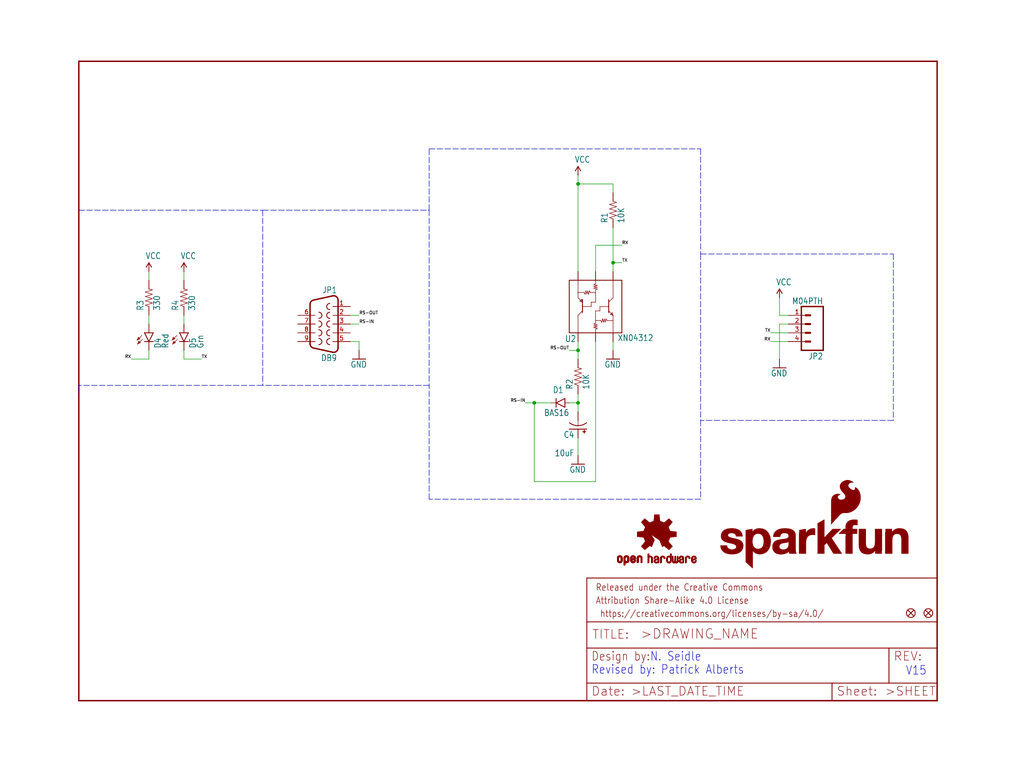
<source format=kicad_sch>
(kicad_sch (version 20211123) (generator eeschema)
  (paper "User" 297.002 223.926)
  (lib_symbols
    (symbol "eagleSchem-eagle-import:10KOHM1{slash}10W1%(0603)0603"
      (property "Reference" "R" (at -3.81 1.4986 0))
      (property "Value" "10KOHM1{slash}10W1%(0603)0603" (at -3.81 -3.302 0))
      (symbol "10KOHM1{slash}10W1%(0603)0603_1_0"
        (pin passive line (at -5.08 0 0) (length 2.54) (name "1") (number "1"))
        (pin passive line (at 5.08 0 180) (length 2.54) (name "2") (number "2"))
      )
    )
    (symbol "eagleSchem-eagle-import:10UF-16V-10%(TANT)"
      (property "Reference" "C" (at 1.016 0.635 0))
      (property "Value" "10UF-16V-10%(TANT)" (at 1.016 -4.191 0))
      (symbol "10UF-16V-10%(TANT)_1_0"
        (pin passive line (at 0 2.54 270) (length 2.54) (name "+") (number "A"))
        (pin passive line (at 0 -5.08 90) (length 2.54) (name "-") (number "C"))
      )
    )
    (symbol "eagleSchem-eagle-import:330OHM1{slash}10W1%(0603)"
      (property "Reference" "R" (at -3.81 1.4986 0))
      (property "Value" "330OHM1{slash}10W1%(0603)" (at -3.81 -3.302 0))
      (symbol "330OHM1{slash}10W1%(0603)_1_0"
        (pin passive line (at -5.08 0 0) (length 2.54) (name "1") (number "1"))
        (pin passive line (at 5.08 0 180) (length 2.54) (name "2") (number "2"))
      )
    )
    (symbol "eagleSchem-eagle-import:DB9FEMALE"
      (property "Reference" "JP" (at -3.81 8.89 0))
      (property "Value" "DB9FEMALE" (at -3.81 -10.795 0))
      (symbol "DB9FEMALE_1_0"
        (pin passive line (at -7.62 5.08 0) (length 5.08) (name "1") (number "1"))
        (pin passive line (at -7.62 2.54 0) (length 5.08) (name "2") (number "2"))
        (pin passive line (at -7.62 0 0) (length 5.08) (name "3") (number "3"))
        (pin passive line (at -7.62 -2.54 0) (length 5.08) (name "4") (number "4"))
        (pin passive line (at -7.62 -5.08 0) (length 5.08) (name "5") (number "5"))
        (pin passive line (at 7.62 2.54 180) (length 5.08) (name "6") (number "6"))
        (pin passive line (at 7.62 0 180) (length 5.08) (name "7") (number "7"))
        (pin passive line (at 7.62 -2.54 180) (length 5.08) (name "8") (number "8"))
        (pin passive line (at 7.62 -5.08 180) (length 5.08) (name "9") (number "9"))
      )
    )
    (symbol "eagleSchem-eagle-import:DIODEBAS16"
      (property "Reference" "D" (at 2.54 0.4826 0))
      (property "Value" "DIODEBAS16" (at 2.54 -2.3114 0))
      (symbol "DIODEBAS16_1_0"
        (pin passive line (at -2.54 0 0) (length 0) (name "A") (number "A"))
        (pin passive line (at 2.54 0 180) (length 0) (name "C") (number "C"))
      )
    )
    (symbol "eagleSchem-eagle-import:FIDUCIAL1X2")
    (symbol "eagleSchem-eagle-import:FRAME-LETTER"
      (symbol "FRAME-LETTER_2_0"
        (text " https://creativecommons.org/licenses/by-sa/4.0/" (at 2.54 24.13 0) (effects (font (size 1.9304 1.6408)) (justify left bottom)))
        (text ">DRAWING_NAME" (at 15.494 17.78 0) (effects (font (size 2.7432 2.7432)) (justify left bottom)))
        (text ">LAST_DATE_TIME" (at 12.7 1.27 0) (effects (font (size 2.54 2.54)) (justify left bottom)))
        (text ">SHEET" (at 86.36 1.27 0) (effects (font (size 2.54 2.54)) (justify left bottom)))
        (text "Attribution Share-Alike 4.0 License" (at 2.54 27.94 0) (effects (font (size 1.9304 1.6408)) (justify left bottom)))
        (text "Date:" (at 1.27 1.27 0) (effects (font (size 2.54 2.54)) (justify left bottom)))
        (text "Design by:" (at 1.27 11.43 0) (effects (font (size 2.54 2.159)) (justify left bottom)))
        (text "Released under the Creative Commons" (at 2.54 31.75 0) (effects (font (size 1.9304 1.6408)) (justify left bottom)))
        (text "REV:" (at 88.9 11.43 0) (effects (font (size 2.54 2.54)) (justify left bottom)))
        (text "Sheet:" (at 72.39 1.27 0) (effects (font (size 2.54 2.54)) (justify left bottom)))
        (text "TITLE:" (at 1.524 17.78 0) (effects (font (size 2.54 2.54)) (justify left bottom)))
      )
    )
    (symbol "eagleSchem-eagle-import:GND" (power)
      (property "Value" "GND" (at -2.54 -2.54 0))
      (symbol "GND_1_0"
        (pin power_in line (at 0 2.54 270) (length 2.54) (name "GND") (number "1"))
      )
    )
    (symbol "eagleSchem-eagle-import:LED-GREENLARGE"
      (property "Reference" "D" (at 3.556 -4.572 90))
      (property "Value" "LED-GREENLARGE" (at 5.715 -4.572 90))
      (symbol "LED-GREENLARGE_1_0"
        (pin passive line (at 0 2.54 270) (length 2.54) (name "A") (number "A"))
        (pin passive line (at 0 -5.08 90) (length 2.54) (name "C") (number "C"))
      )
    )
    (symbol "eagleSchem-eagle-import:LED-RED1206"
      (property "Reference" "D" (at 3.556 -4.572 90))
      (property "Value" "LED-RED1206" (at 5.715 -4.572 90))
      (symbol "LED-RED1206_1_0"
        (pin passive line (at 0 2.54 270) (length 2.54) (name "A") (number "A"))
        (pin passive line (at 0 -5.08 90) (length 2.54) (name "C") (number "C"))
      )
    )
    (symbol "eagleSchem-eagle-import:M04PTH"
      (property "Reference" "JP" (at -5.08 8.382 0))
      (property "Value" "M04PTH" (at -5.08 -7.62 0))
      (symbol "M04PTH_1_0"
        (pin passive line (at 5.08 -2.54 180) (length 5.08) (name "1") (number "1"))
        (pin passive line (at 5.08 0 180) (length 5.08) (name "2") (number "2"))
        (pin passive line (at 5.08 2.54 180) (length 5.08) (name "3") (number "3"))
        (pin passive line (at 5.08 5.08 180) (length 5.08) (name "4") (number "4"))
      )
    )
    (symbol "eagleSchem-eagle-import:OSHW-LOGOM")
    (symbol "eagleSchem-eagle-import:SFE_LOGO_NAME_FLAME.1_INCH")
    (symbol "eagleSchem-eagle-import:VCC" (power)
      (property "Value" "VCC" (at -1.016 3.556 0))
      (symbol "VCC_1_0"
        (pin power_in line (at 0 0 90) (length 2.54) (name "VCC") (number "1"))
      )
    )
    (symbol "eagleSchem-eagle-import:XN04312SOT"
      (property "Value" "XN04312SOT" (at -7.62 -10.16 0))
      (symbol "XN04312SOT_1_0"
        (pin bidirectional line (at -10.16 -5.08 0) (length 2.54) (name "C1") (number "1"))
        (pin bidirectional line (at -10.16 0 0) (length 2.54) (name "B2") (number "2"))
        (pin bidirectional line (at -10.16 5.08 0) (length 2.54) (name "E2") (number "3"))
        (pin bidirectional line (at 10.16 5.08 180) (length 2.54) (name "C2") (number "4"))
        (pin bidirectional line (at 10.16 0 180) (length 2.54) (name "B1") (number "5"))
        (pin bidirectional line (at 10.16 -5.08 180) (length 2.54) (name "E1") (number "6"))
      )
    )
  )
  (junction (at 167.64 101.6))
  (junction (at 154.94 116.84))
  (junction (at 177.8 76.2))
  (junction (at 167.64 53.34))
  (junction (at 167.64 116.84))
  (polyline (pts (xy 203.2 144.78) (xy 124.46 144.78)))
  (wire (pts (xy 53.34 101.6) (xy 53.34 104.14)))
  (polyline (pts (xy 259.08 73.66) (xy 259.08 121.92)))
  (polyline (pts (xy 124.46 60.96) (xy 124.46 43.18)))
  (wire (pts (xy 228.6 93.98) (xy 226.06 93.98)))
  (polyline (pts (xy 203.2 73.66) (xy 203.2 121.92)))
  (polyline (pts (xy 22.86 60.96) (xy 76.2 60.96)))
  (wire (pts (xy 165.1 116.84) (xy 167.64 116.84)))
  (polyline (pts (xy 124.46 60.96) (xy 124.46 111.76)))
  (wire (pts (xy 177.8 66.04) (xy 177.8 76.2)))
  (wire (pts (xy 104.14 99.06) (xy 104.14 101.6)))
  (wire (pts (xy 167.64 116.84) (xy 167.64 114.3)))
  (wire (pts (xy 223.52 99.06) (xy 228.6 99.06)))
  (polyline (pts (xy 76.2 60.96) (xy 76.2 111.76)))
  (wire (pts (xy 101.6 91.44) (xy 104.14 91.44)))
  (polyline (pts (xy 76.2 111.76) (xy 22.86 111.76)))
  (wire (pts (xy 53.34 104.14) (xy 58.42 104.14)))
  (wire (pts (xy 177.8 55.88) (xy 177.8 53.34)))
  (polyline (pts (xy 203.2 73.66) (xy 259.08 73.66)))
  (wire (pts (xy 43.18 104.14) (xy 38.1 104.14)))
  (wire (pts (xy 43.18 101.6) (xy 43.18 104.14)))
  (wire (pts (xy 172.72 78.74) (xy 172.72 71.12)))
  (wire (pts (xy 172.72 71.12) (xy 180.34 71.12)))
  (wire (pts (xy 43.18 81.28) (xy 43.18 78.74)))
  (polyline (pts (xy 124.46 43.18) (xy 203.2 43.18)))
  (wire (pts (xy 172.72 99.06) (xy 172.72 139.7)))
  (wire (pts (xy 226.06 91.44) (xy 226.06 86.36)))
  (wire (pts (xy 167.64 53.34) (xy 167.64 50.8)))
  (wire (pts (xy 228.6 91.44) (xy 226.06 91.44)))
  (wire (pts (xy 167.64 132.08) (xy 167.64 127)))
  (wire (pts (xy 167.64 101.6) (xy 167.64 99.06)))
  (wire (pts (xy 226.06 93.98) (xy 226.06 104.14)))
  (polyline (pts (xy 203.2 43.18) (xy 203.2 73.66)))
  (wire (pts (xy 167.64 53.34) (xy 167.64 78.74)))
  (wire (pts (xy 53.34 93.98) (xy 53.34 91.44)))
  (wire (pts (xy 177.8 76.2) (xy 180.34 76.2)))
  (wire (pts (xy 43.18 93.98) (xy 43.18 91.44)))
  (wire (pts (xy 101.6 93.98) (xy 104.14 93.98)))
  (wire (pts (xy 177.8 53.34) (xy 167.64 53.34)))
  (wire (pts (xy 177.8 76.2) (xy 177.8 78.74)))
  (wire (pts (xy 154.94 116.84) (xy 152.4 116.84)))
  (polyline (pts (xy 76.2 60.96) (xy 124.46 60.96)))
  (polyline (pts (xy 203.2 121.92) (xy 203.2 144.78)))
  (polyline (pts (xy 124.46 144.78) (xy 124.46 111.76)))
  (polyline (pts (xy 259.08 121.92) (xy 203.2 121.92)))
  (wire (pts (xy 172.72 139.7) (xy 154.94 139.7)))
  (wire (pts (xy 167.64 119.38) (xy 167.64 116.84)))
  (polyline (pts (xy 22.86 111.76) (xy 22.86 114.3)))
  (wire (pts (xy 101.6 99.06) (xy 104.14 99.06)))
  (wire (pts (xy 177.8 101.6) (xy 177.8 99.06)))
  (wire (pts (xy 167.64 101.6) (xy 165.1 101.6)))
  (wire (pts (xy 223.52 96.52) (xy 228.6 96.52)))
  (wire (pts (xy 160.02 116.84) (xy 154.94 116.84)))
  (polyline (pts (xy 124.46 111.76) (xy 76.2 111.76)))
  (wire (pts (xy 167.64 104.14) (xy 167.64 101.6)))
  (wire (pts (xy 154.94 139.7) (xy 154.94 116.84)))
  (wire (pts (xy 53.34 81.28) (xy 53.34 78.74)))
  (text "Revised by: Patrick Alberts" (at 171.45 195.834 180) (effects (font (size 2.54 2.159)) (justify left bottom)))
  (text "N. Seidle" (at 188.468 192.024 180) (effects (font (size 2.54 2.159)) (justify left bottom)))
  (text "V15" (at 262.636 196.088 180) (effects (font (size 2.54 2.159)) (justify left bottom)))
  (label "RS-OUT" (at 104.14 91.44 0) (effects (font (size 0.889 0.889))))
  (label "RX" (at 180.34 71.12 0) (effects (font (size 0.889 0.889))))
  (label "RS-IN" (at 152.4 116.84 180) (effects (font (size 0.889 0.889))))
  (label "RS-OUT" (at 165.1 101.6 180) (effects (font (size 0.889 0.889))))
  (label "TX" (at 180.34 76.2 0) (effects (font (size 0.889 0.889))))
  (label "TX" (at 223.52 96.52 180) (effects (font (size 0.889 0.889))))
  (label "TX" (at 58.42 104.14 0) (effects (font (size 0.889 0.889))))
  (label "RX" (at 38.1 104.14 180) (effects (font (size 0.889 0.889))))
  (label "RS-IN" (at 104.14 93.98 0) (effects (font (size 0.889 0.889))))
  (label "RX" (at 223.52 99.06 180) (effects (font (size 0.889 0.889))))
  (symbol (lib_id "eagleSchem-eagle-import:330OHM1{slash}10W1%(0603)") (at 53.34 86.36 90) (unit 1)
    (property "Reference" "R4" (at 51.8414 90.17 0) (effects (font (size 1.778 1.5113)) (justify left bottom)))
    (property "Value" "330" (at 56.642 90.17 0) (effects (font (size 1.778 1.5113)) (justify left bottom)))
    (property "Footprint" "eagleSchem:0603-RES" (effects hide))
  )
  (symbol (lib_id "eagleSchem-eagle-import:FRAME-LETTER") (at 170.18 203.2 0) (unit 2)
    (property "Reference" "FRAME1" (effects hide))
    (property "Value" "FRAME-LETTER" (effects hide))
    (property "Footprint" "eagleSchem:CREATIVE_COMMONS" (effects hide))
  )
  (symbol (lib_id "eagleSchem-eagle-import:LED-GREENLARGE") (at 53.34 96.52 0) (unit 1)
    (property "Reference" "D5" (at 56.896 101.092 90) (effects (font (size 1.778 1.5113)) (justify left bottom)))
    (property "Value" "Grn" (at 59.055 101.092 90) (effects (font (size 1.778 1.5113)) (justify left bottom)))
    (property "Footprint" "eagleSchem:LED-1206" (effects hide))
  )
  (symbol (lib_id "eagleSchem-eagle-import:GND") (at 104.14 104.14 0) (unit 1)
    (property "Reference" "#GND1" (effects hide))
    (property "Value" "GND" (at 101.6 106.68 0) (effects (font (size 1.778 1.5113)) (justify left bottom)))
    (property "Footprint" "eagleSchem:" (effects hide))
  )
  (symbol (lib_id "eagleSchem-eagle-import:GND") (at 167.64 134.62 0) (unit 1)
    (property "Reference" "#GND8" (effects hide))
    (property "Value" "GND" (at 165.1 137.16 0) (effects (font (size 1.778 1.5113)) (justify left bottom)))
    (property "Footprint" "eagleSchem:" (effects hide))
  )
  (symbol (lib_id "eagleSchem-eagle-import:VCC") (at 53.34 78.74 0) (unit 1)
    (property "Reference" "#P+2" (effects hide))
    (property "Value" "VCC" (at 52.324 75.184 0) (effects (font (size 1.778 1.5113)) (justify left bottom)))
    (property "Footprint" "eagleSchem:" (effects hide))
  )
  (symbol (lib_id "eagleSchem-eagle-import:GND") (at 177.8 104.14 0) (unit 1)
    (property "Reference" "#GND7" (effects hide))
    (property "Value" "GND" (at 175.26 106.68 0) (effects (font (size 1.778 1.5113)) (justify left bottom)))
    (property "Footprint" "eagleSchem:" (effects hide))
  )
  (symbol (lib_id "eagleSchem-eagle-import:SFE_LOGO_NAME_FLAME.1_INCH") (at 208.28 165.1 0) (unit 1)
    (property "Reference" "LOGO1" (effects hide))
    (property "Value" "SFE_LOGO_NAME_FLAME.1_INCH" (effects hide))
    (property "Footprint" "eagleSchem:SFE_LOGO_NAME_FLAME_.1" (effects hide))
  )
  (symbol (lib_id "eagleSchem-eagle-import:FRAME-LETTER") (at 22.86 203.2 0) (unit 1)
    (property "Reference" "FRAME1" (effects hide))
    (property "Value" "FRAME-LETTER" (effects hide))
    (property "Footprint" "eagleSchem:CREATIVE_COMMONS" (effects hide))
  )
  (symbol (lib_id "eagleSchem-eagle-import:OSHW-LOGOM") (at 190.5 154.94 0) (unit 1)
    (property "Reference" "LOGO2" (effects hide))
    (property "Value" "OSHW-LOGOM" (effects hide))
    (property "Footprint" "eagleSchem:OSHW-LOGO-M" (effects hide))
  )
  (symbol (lib_id "eagleSchem-eagle-import:VCC") (at 167.64 50.8 0) (unit 1)
    (property "Reference" "#P+5" (effects hide))
    (property "Value" "VCC" (at 166.624 47.244 0) (effects (font (size 1.778 1.5113)) (justify left bottom)))
    (property "Footprint" "eagleSchem:" (effects hide))
  )
  (symbol (lib_id "eagleSchem-eagle-import:M04PTH") (at 233.68 93.98 180) (unit 1)
    (property "Reference" "JP2" (at 238.76 102.362 0) (effects (font (size 1.778 1.5113)) (justify left bottom)))
    (property "Value" "M04PTH" (at 238.76 86.36 0) (effects (font (size 1.778 1.5113)) (justify left bottom)))
    (property "Footprint" "eagleSchem:1X04" (effects hide))
  )
  (symbol (lib_id "eagleSchem-eagle-import:FIDUCIAL1X2") (at 269.24 177.8 0) (unit 1)
    (property "Reference" "E$1" (effects hide))
    (property "Value" "FIDUCIAL1X2" (effects hide))
    (property "Footprint" "eagleSchem:FIDUCIAL-1X2" (effects hide))
  )
  (symbol (lib_id "eagleSchem-eagle-import:VCC") (at 226.06 86.36 0) (unit 1)
    (property "Reference" "#P+3" (effects hide))
    (property "Value" "VCC" (at 225.044 82.804 0) (effects (font (size 1.778 1.5113)) (justify left bottom)))
    (property "Footprint" "eagleSchem:" (effects hide))
  )
  (symbol (lib_id "eagleSchem-eagle-import:VCC") (at 43.18 78.74 0) (unit 1)
    (property "Reference" "#P+1" (effects hide))
    (property "Value" "VCC" (at 42.164 75.184 0) (effects (font (size 1.778 1.5113)) (justify left bottom)))
    (property "Footprint" "eagleSchem:" (effects hide))
  )
  (symbol (lib_id "eagleSchem-eagle-import:DIODEBAS16") (at 162.56 116.84 180) (unit 1)
    (property "Reference" "D1" (at 160.274 114.0714 0) (effects (font (size 1.778 1.5113)) (justify right top)))
    (property "Value" "BAS16" (at 157.734 120.6754 0) (effects (font (size 1.778 1.5113)) (justify right top)))
    (property "Footprint" "eagleSchem:SOD-323" (effects hide))
  )
  (symbol (lib_id "eagleSchem-eagle-import:GND") (at 226.06 106.68 0) (unit 1)
    (property "Reference" "#GND2" (effects hide))
    (property "Value" "GND" (at 223.52 109.22 0) (effects (font (size 1.778 1.5113)) (justify left bottom)))
    (property "Footprint" "eagleSchem:" (effects hide))
  )
  (symbol (lib_id "eagleSchem-eagle-import:DB9FEMALE") (at 93.98 93.98 0) (mirror y) (unit 1)
    (property "Reference" "JP1" (at 97.79 85.09 0) (effects (font (size 1.778 1.5113)) (justify left bottom)))
    (property "Value" "DB9" (at 97.79 104.775 0) (effects (font (size 1.778 1.5113)) (justify left bottom)))
    (property "Footprint" "eagleSchem:DB9" (effects hide))
  )
  (symbol (lib_id "eagleSchem-eagle-import:10UF-16V-10%(TANT)") (at 167.64 124.46 180) (unit 1)
    (property "Reference" "C4" (at 166.624 125.095 0) (effects (font (size 1.778 1.5113)) (justify left bottom)))
    (property "Value" "10uF" (at 166.624 130.429 0) (effects (font (size 1.778 1.5113)) (justify left bottom)))
    (property "Footprint" "eagleSchem:EIA3216" (effects hide))
  )
  (symbol (lib_id "eagleSchem-eagle-import:LED-RED1206") (at 43.18 96.52 0) (unit 1)
    (property "Reference" "D4" (at 46.736 101.092 90) (effects (font (size 1.778 1.5113)) (justify left bottom)))
    (property "Value" "Red" (at 48.895 101.092 90) (effects (font (size 1.778 1.5113)) (justify left bottom)))
    (property "Footprint" "eagleSchem:LED-1206" (effects hide))
  )
  (symbol (lib_id "eagleSchem-eagle-import:330OHM1{slash}10W1%(0603)") (at 43.18 86.36 90) (unit 1)
    (property "Reference" "R3" (at 41.6814 90.17 0) (effects (font (size 1.778 1.5113)) (justify left bottom)))
    (property "Value" "330" (at 46.482 90.17 0) (effects (font (size 1.778 1.5113)) (justify left bottom)))
    (property "Footprint" "eagleSchem:0603-RES" (effects hide))
  )
  (symbol (lib_id "eagleSchem-eagle-import:FIDUCIAL1X2") (at 264.16 177.8 0) (unit 1)
    (property "Reference" "E$2" (effects hide))
    (property "Value" "FIDUCIAL1X2" (effects hide))
    (property "Footprint" "eagleSchem:FIDUCIAL-1X2" (effects hide))
  )
  (symbol (lib_id "eagleSchem-eagle-import:10KOHM1{slash}10W1%(0603)0603") (at 177.8 60.96 90) (unit 1)
    (property "Reference" "R1" (at 176.3014 64.77 0) (effects (font (size 1.778 1.5113)) (justify left bottom)))
    (property "Value" "10K" (at 181.102 64.77 0) (effects (font (size 1.778 1.5113)) (justify left bottom)))
    (property "Footprint" "eagleSchem:0603-RES" (effects hide))
  )
  (symbol (lib_id "eagleSchem-eagle-import:10KOHM1{slash}10W1%(0603)0603") (at 167.64 109.22 90) (unit 1)
    (property "Reference" "R2" (at 166.1414 113.03 0) (effects (font (size 1.778 1.5113)) (justify left bottom)))
    (property "Value" "10K" (at 170.942 113.03 0) (effects (font (size 1.778 1.5113)) (justify left bottom)))
    (property "Footprint" "eagleSchem:0603-RES" (effects hide))
  )
  (symbol (lib_id "eagleSchem-eagle-import:XN04312SOT") (at 172.72 88.9 90) (mirror x) (unit 1)
    (property "Reference" "U2" (at 163.83 97.282 90) (effects (font (size 1.778 1.5113)) (justify right top)))
    (property "Value" "XN04312" (at 179.07 97.028 90) (effects (font (size 1.778 1.5113)) (justify right top)))
    (property "Footprint" "eagleSchem:SOT23-6" (effects hide))
  )
)
</source>
